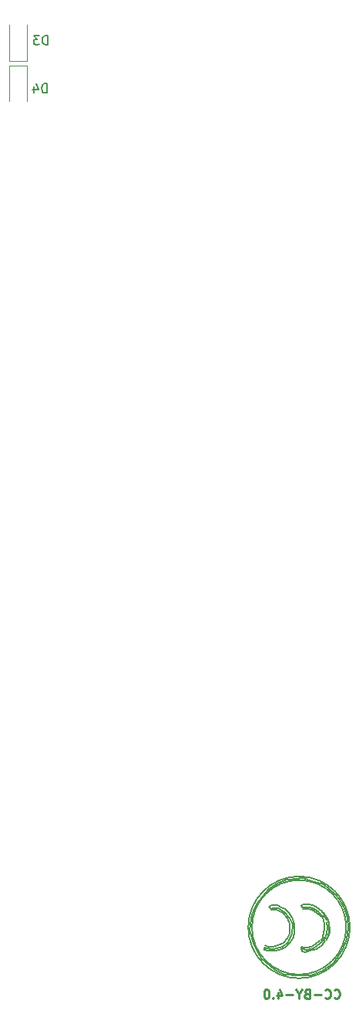
<source format=gbr>
G04 #@! TF.GenerationSoftware,KiCad,Pcbnew,5.1.4-e60b266~84~ubuntu18.04.1*
G04 #@! TF.CreationDate,2019-09-24T21:27:11-04:00*
G04 #@! TF.ProjectId,DE10nano interface,44453130-6e61-46e6-9f20-696e74657266,rev?*
G04 #@! TF.SameCoordinates,Original*
G04 #@! TF.FileFunction,Legend,Bot*
G04 #@! TF.FilePolarity,Positive*
%FSLAX46Y46*%
G04 Gerber Fmt 4.6, Leading zero omitted, Abs format (unit mm)*
G04 Created by KiCad (PCBNEW 5.1.4-e60b266~84~ubuntu18.04.1) date 2019-09-24 21:27:11*
%MOMM*%
%LPD*%
G04 APERTURE LIST*
%ADD10C,0.250000*%
%ADD11C,0.150000*%
%ADD12C,0.120000*%
G04 APERTURE END LIST*
D10*
X155647619Y-149857142D02*
X155695238Y-149904761D01*
X155838095Y-149952380D01*
X155933333Y-149952380D01*
X156076190Y-149904761D01*
X156171428Y-149809523D01*
X156219047Y-149714285D01*
X156266666Y-149523809D01*
X156266666Y-149380952D01*
X156219047Y-149190476D01*
X156171428Y-149095238D01*
X156076190Y-149000000D01*
X155933333Y-148952380D01*
X155838095Y-148952380D01*
X155695238Y-149000000D01*
X155647619Y-149047619D01*
X154647619Y-149857142D02*
X154695238Y-149904761D01*
X154838095Y-149952380D01*
X154933333Y-149952380D01*
X155076190Y-149904761D01*
X155171428Y-149809523D01*
X155219047Y-149714285D01*
X155266666Y-149523809D01*
X155266666Y-149380952D01*
X155219047Y-149190476D01*
X155171428Y-149095238D01*
X155076190Y-149000000D01*
X154933333Y-148952380D01*
X154838095Y-148952380D01*
X154695238Y-149000000D01*
X154647619Y-149047619D01*
X154219047Y-149571428D02*
X153457142Y-149571428D01*
X152647619Y-149428571D02*
X152504761Y-149476190D01*
X152457142Y-149523809D01*
X152409523Y-149619047D01*
X152409523Y-149761904D01*
X152457142Y-149857142D01*
X152504761Y-149904761D01*
X152600000Y-149952380D01*
X152980952Y-149952380D01*
X152980952Y-148952380D01*
X152647619Y-148952380D01*
X152552380Y-149000000D01*
X152504761Y-149047619D01*
X152457142Y-149142857D01*
X152457142Y-149238095D01*
X152504761Y-149333333D01*
X152552380Y-149380952D01*
X152647619Y-149428571D01*
X152980952Y-149428571D01*
X151790476Y-149476190D02*
X151790476Y-149952380D01*
X152123809Y-148952380D02*
X151790476Y-149476190D01*
X151457142Y-148952380D01*
X151123809Y-149571428D02*
X150361904Y-149571428D01*
X149457142Y-149285714D02*
X149457142Y-149952380D01*
X149695238Y-148904761D02*
X149933333Y-149619047D01*
X149314285Y-149619047D01*
X148933333Y-149857142D02*
X148885714Y-149904761D01*
X148933333Y-149952380D01*
X148980952Y-149904761D01*
X148933333Y-149857142D01*
X148933333Y-149952380D01*
X148266666Y-148952380D02*
X148171428Y-148952380D01*
X148076190Y-149000000D01*
X148028571Y-149047619D01*
X147980952Y-149142857D01*
X147933333Y-149333333D01*
X147933333Y-149571428D01*
X147980952Y-149761904D01*
X148028571Y-149857142D01*
X148076190Y-149904761D01*
X148171428Y-149952380D01*
X148266666Y-149952380D01*
X148361904Y-149904761D01*
X148409523Y-149857142D01*
X148457142Y-149761904D01*
X148504761Y-149571428D01*
X148504761Y-149333333D01*
X148457142Y-149142857D01*
X148409523Y-149047619D01*
X148361904Y-149000000D01*
X148266666Y-148952380D01*
D11*
X157388000Y-142150000D02*
G75*
G03X157388000Y-142150000I-5588000J0D01*
G01*
X156980604Y-142150000D02*
G75*
G03X156980604Y-142150000I-5180604J0D01*
G01*
X154797200Y-143348880D02*
X154398420Y-143348880D01*
X152996340Y-144748420D02*
X152495960Y-144850020D01*
X153697380Y-144550300D02*
X152996340Y-144748420D01*
X154296820Y-144148980D02*
X153697380Y-144550300D01*
X154698140Y-143648600D02*
X154296820Y-144148980D01*
X155099460Y-142950100D02*
X154799740Y-143549540D01*
X155099460Y-142551320D02*
X155000400Y-143150760D01*
X155099460Y-141850280D02*
X155099460Y-142551320D01*
X154898800Y-141250840D02*
X155099460Y-141850280D01*
X154398420Y-140549800D02*
X154898800Y-141250840D01*
X153900580Y-140051960D02*
X154398420Y-140450740D01*
X153298600Y-139752240D02*
X153900580Y-140051960D01*
X152800760Y-139650640D02*
X153298600Y-139752240D01*
X152399440Y-139650640D02*
X152800760Y-139650640D01*
X152000660Y-139752240D02*
X152399440Y-139650640D01*
X152099720Y-139950360D02*
X152000660Y-139752240D01*
X152498500Y-139950360D02*
X152099720Y-139950360D01*
X152998880Y-139950360D02*
X152498500Y-139950360D01*
X153499260Y-140151020D02*
X152998880Y-139950360D01*
X153999640Y-140450740D02*
X153499260Y-140151020D01*
X154500020Y-141050180D02*
X153999640Y-140549800D01*
X154799740Y-141349900D02*
X154500020Y-140849520D01*
X154898800Y-142150000D02*
X154799740Y-141550560D01*
X154799740Y-142851040D02*
X154898800Y-142150000D01*
X154599080Y-143549540D02*
X154799740Y-142851040D01*
X154096160Y-143948320D02*
X154596540Y-143447940D01*
X153397660Y-144448700D02*
X154096160Y-143948320D01*
X152696620Y-144649360D02*
X153397660Y-144448700D01*
X152097180Y-144550300D02*
X152696620Y-144649360D01*
X151998120Y-144248040D02*
X152097180Y-144550300D01*
X152297840Y-144349640D02*
X151998120Y-144248040D01*
X152696620Y-144349640D02*
X152297840Y-144349640D01*
X153097940Y-144248040D02*
X152696620Y-144349640D01*
X153595780Y-144049920D02*
X153097940Y-144248040D01*
X154096160Y-143648600D02*
X153595780Y-144049920D01*
X154497480Y-143150760D02*
X154197760Y-143549540D01*
X154599080Y-142350660D02*
X154398420Y-143150760D01*
X154599080Y-141850280D02*
X154599080Y-142350660D01*
X154500020Y-141349900D02*
X154599080Y-141850280D01*
X154200300Y-140849520D02*
X154500020Y-141349900D01*
X153699920Y-140552340D02*
X154200300Y-140951120D01*
X153199540Y-140252620D02*
X153699920Y-140552340D01*
X152699160Y-140151020D02*
X153199540Y-140252620D01*
X152198780Y-140151020D02*
X152699160Y-140151020D01*
X150997360Y-141050180D02*
X151198020Y-141448960D01*
X150697640Y-140549800D02*
X150997360Y-141050180D01*
X150298860Y-140148480D02*
X150697640Y-140549800D01*
X149798480Y-139947820D02*
X150298860Y-140148480D01*
X149397160Y-139749700D02*
X149798480Y-139947820D01*
X148797720Y-139749700D02*
X149397160Y-139749700D01*
X148398940Y-144248040D02*
X148099220Y-144148980D01*
X148899320Y-144248040D02*
X148398940Y-144248040D01*
X149498760Y-144148980D02*
X148899320Y-144248040D01*
X150098200Y-143849260D02*
X149498760Y-144148980D01*
X150499520Y-143348880D02*
X150098200Y-143849260D01*
X150799240Y-142848500D02*
X150499520Y-143348880D01*
X150799240Y-142249060D02*
X150799240Y-142848500D01*
X150799240Y-141748680D02*
X150799240Y-142249060D01*
X150499520Y-141149240D02*
X150799240Y-141748680D01*
X149999140Y-140549800D02*
X150499520Y-141149240D01*
X149298100Y-140250080D02*
X149999140Y-140549800D01*
X148698660Y-140250080D02*
X149298100Y-140250080D01*
X148797720Y-140049420D02*
X148698660Y-140250080D01*
X149498760Y-140049420D02*
X148797720Y-140049420D01*
X150197260Y-140448200D02*
X149498760Y-140049420D01*
X150799240Y-141149240D02*
X150197260Y-140448200D01*
X151098960Y-141850280D02*
X150799240Y-141149240D01*
X150997360Y-142848500D02*
X151098960Y-141850280D01*
X150598580Y-143750200D02*
X150997360Y-142848500D01*
X149999140Y-144248040D02*
X150598580Y-143750200D01*
X148998380Y-144550300D02*
X149999140Y-144248040D01*
X148099220Y-144448700D02*
X148998380Y-144550300D01*
X147997620Y-144649360D02*
X148099220Y-144448700D01*
X148398940Y-144748420D02*
X147997620Y-144649360D01*
X148797720Y-144748420D02*
X148398940Y-144748420D01*
X149199040Y-144748420D02*
X148797720Y-144748420D01*
X149699420Y-144649360D02*
X149199040Y-144748420D01*
X150298860Y-144349640D02*
X149699420Y-144649360D01*
X150799240Y-143849260D02*
X150298860Y-144349640D01*
X151198020Y-143249820D02*
X150799240Y-143849260D01*
X151297080Y-142647840D02*
X151198020Y-143249820D01*
X151297080Y-141949340D02*
X151297080Y-142647840D01*
X151198020Y-141448960D02*
X151297080Y-141949340D01*
X150400460Y-136950620D02*
X151800000Y-136849020D01*
X149399700Y-137349400D02*
X150400460Y-136950620D01*
X148398940Y-138050440D02*
X149399700Y-137349400D01*
X147101000Y-139650640D02*
X148398940Y-138050440D01*
X146600620Y-140750460D02*
X147101000Y-139650640D01*
X146399960Y-142449720D02*
X146600620Y-140750460D01*
X146798740Y-143950860D02*
X146399960Y-142449720D01*
X147598840Y-145551060D02*
X146798740Y-143950860D01*
X149199040Y-146849000D02*
X147598840Y-145551060D01*
X150199800Y-147349380D02*
X149199040Y-146849000D01*
X151700940Y-147450980D02*
X150199800Y-147349380D01*
X153100480Y-147450980D02*
X151700940Y-147450980D01*
X154400960Y-146950600D02*
X153100480Y-147450980D01*
X155599840Y-146048900D02*
X154400960Y-146950600D01*
X156600600Y-144550300D02*
X155599840Y-146048900D01*
X156999380Y-143450480D02*
X156600600Y-144550300D01*
X157200040Y-142249060D02*
X156999380Y-143450480D01*
X157100980Y-141050180D02*
X157200040Y-142249060D01*
X156801260Y-140049420D02*
X157100980Y-141050180D01*
X156300880Y-139150260D02*
X156801260Y-140049420D01*
X155800500Y-138550820D02*
X156300880Y-139150260D01*
X155099460Y-137948840D02*
X155800500Y-138550820D01*
X154500020Y-137451000D02*
X155099460Y-137948840D01*
X153798980Y-137250340D02*
X154500020Y-137451000D01*
X153100480Y-137049680D02*
X153798980Y-137250340D01*
X152300380Y-136749960D02*
X153100480Y-137049680D01*
X151800000Y-136749960D02*
X152300380Y-136749960D01*
X148500540Y-139848760D02*
X148701200Y-140151020D01*
X148800260Y-139749700D02*
X148500540Y-139848760D01*
X148099220Y-144250580D02*
X148000160Y-144550300D01*
X151998120Y-144550300D02*
X152097180Y-144748420D01*
X155201060Y-142548780D02*
X155099460Y-143049160D01*
X155099460Y-141649620D02*
X155201060Y-142548780D01*
X154898800Y-141149240D02*
X155099460Y-141649620D01*
X154500020Y-140549800D02*
X154898800Y-141149240D01*
X154299360Y-140450740D02*
X154500020Y-140549800D01*
X152099720Y-144750960D02*
X152000660Y-144250580D01*
X152501040Y-144850020D02*
X152099720Y-144750960D01*
D12*
X121934200Y-47131800D02*
X119934200Y-47131800D01*
X119934200Y-47131800D02*
X119934200Y-43231800D01*
X121934200Y-47131800D02*
X121934200Y-43231800D01*
X119934200Y-47711800D02*
X119934200Y-51611800D01*
X121934200Y-47711800D02*
X121934200Y-51611800D01*
X119934200Y-47711800D02*
X121934200Y-47711800D01*
D11*
X124148795Y-45397680D02*
X124148795Y-44397680D01*
X123910700Y-44397680D01*
X123767842Y-44445300D01*
X123672604Y-44540538D01*
X123624985Y-44635776D01*
X123577366Y-44826252D01*
X123577366Y-44969109D01*
X123624985Y-45159585D01*
X123672604Y-45254823D01*
X123767842Y-45350061D01*
X123910700Y-45397680D01*
X124148795Y-45397680D01*
X123244033Y-44397680D02*
X122624985Y-44397680D01*
X122958319Y-44778633D01*
X122815461Y-44778633D01*
X122720223Y-44826252D01*
X122672604Y-44873871D01*
X122624985Y-44969109D01*
X122624985Y-45207204D01*
X122672604Y-45302442D01*
X122720223Y-45350061D01*
X122815461Y-45397680D01*
X123101176Y-45397680D01*
X123196414Y-45350061D01*
X123244033Y-45302442D01*
X124085295Y-50668180D02*
X124085295Y-49668180D01*
X123847200Y-49668180D01*
X123704342Y-49715800D01*
X123609104Y-49811038D01*
X123561485Y-49906276D01*
X123513866Y-50096752D01*
X123513866Y-50239609D01*
X123561485Y-50430085D01*
X123609104Y-50525323D01*
X123704342Y-50620561D01*
X123847200Y-50668180D01*
X124085295Y-50668180D01*
X122656723Y-50001514D02*
X122656723Y-50668180D01*
X122894819Y-49620561D02*
X123132914Y-50334847D01*
X122513866Y-50334847D01*
M02*

</source>
